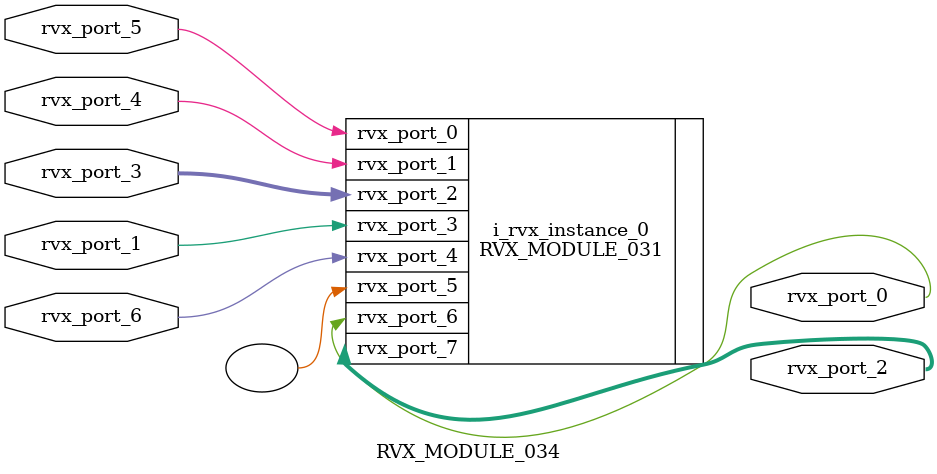
<source format=v>

`include "ervp_global.vh"




module RVX_MODULE_034
(
	rvx_port_5,
	rvx_port_4,
	rvx_port_1,
	rvx_port_3,
	rvx_port_0,
	rvx_port_2,
	rvx_port_6
);




parameter RVX_GPARA_1 = 4;
parameter RVX_GPARA_0 = RVX_GPARA_1+1;

input wire rvx_port_5, rvx_port_4;
input wire rvx_port_1;
input wire [RVX_GPARA_1-1:0] rvx_port_3;
output wire rvx_port_0;

output wire [RVX_GPARA_0-1:0] rvx_port_2;
input wire rvx_port_6;

RVX_MODULE_031
#(
	.RVX_GPARA_3(RVX_GPARA_1),
	.RVX_GPARA_2(RVX_GPARA_0),
	.RVX_GPARA_1(0)
)
i_rvx_instance_0
(
	.rvx_port_0(rvx_port_5),
	.rvx_port_1(rvx_port_4),
	.rvx_port_3(rvx_port_1),
	.rvx_port_2(rvx_port_3),
	.rvx_port_6(rvx_port_0),
	.rvx_port_5(),
	.rvx_port_7(rvx_port_2),
	.rvx_port_4(rvx_port_6)
);

endmodule


</source>
